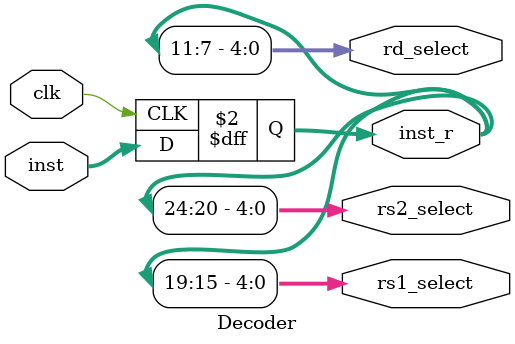
<source format=v>
`timescale 1ns / 1ps


module Decoder( 
input clk,
input [31:0] inst, 
output [4:0]rs1_select,rs2_select,rd_select,
output reg [31:0]inst_r);
  
 
always@(posedge clk) 
inst_r<=inst;

assign rs1_select = inst_r[19:15]; 
assign rs2_select = inst_r[24:20];
assign rd_select  = inst_r[11:7];

endmodule

</source>
